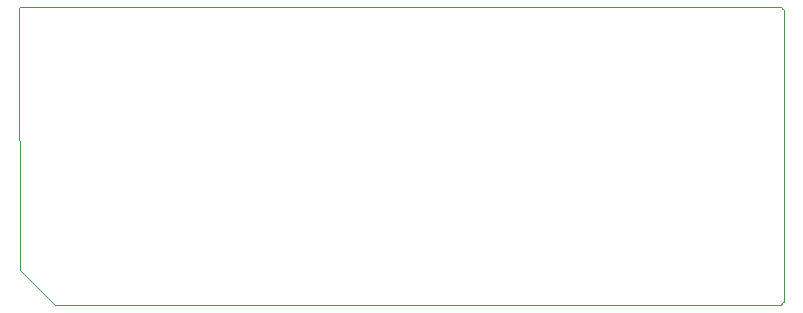
<source format=gbr>
G04*
G04 #@! TF.GenerationSoftware,Altium Limited,Altium Designer,23.1.1 (15)*
G04*
G04 Layer_Color=0*
%FSLAX44Y44*%
%MOMM*%
G71*
G04*
G04 #@! TF.SameCoordinates,36A7A826-306E-463F-8DB2-5D37948115DD*
G04*
G04*
G04 #@! TF.FilePolarity,Positive*
G04*
G01*
G75*
%ADD46C,0.0254*%
D46*
X-901Y29099D02*
X29099Y-901D01*
X30000Y-1274D01*
X643512D01*
D02*
G03*
X644786Y0I0J1274D01*
G01*
X644764Y236D01*
D02*
G03*
X646274Y1488I236J1252D01*
G01*
Y248512D01*
D02*
G03*
X644764Y249764I-1274J0D01*
G01*
X644786Y250000D01*
D02*
G03*
X643512Y251274I-1274J0D01*
G01*
X0D01*
D02*
G03*
X-1274Y250000I0J-1274D01*
G01*
X-901Y29099D01*
M02*

</source>
